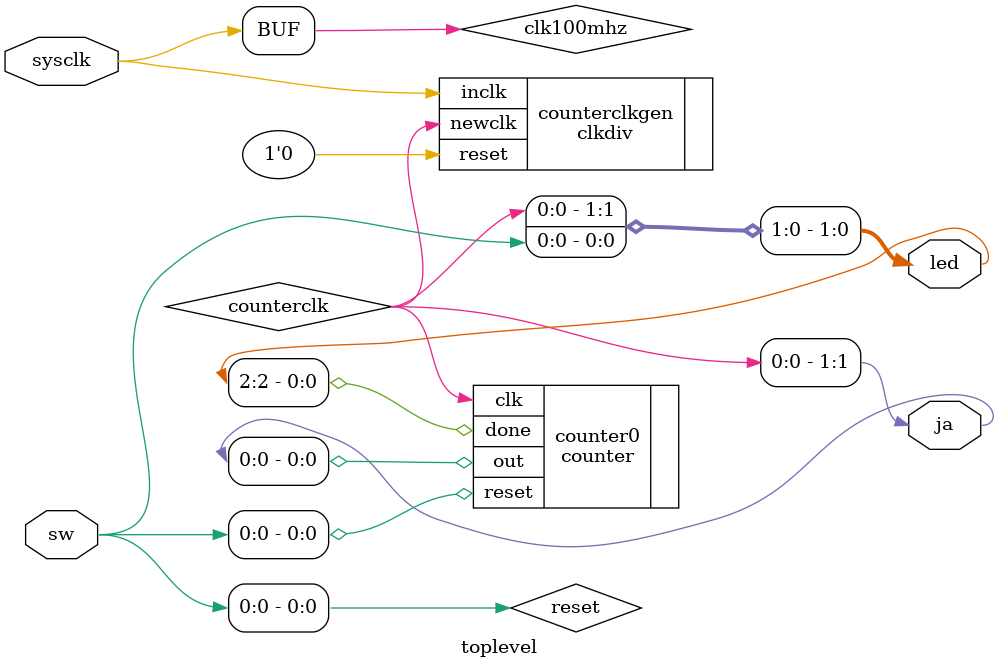
<source format=v>
`timescale 1ns / 1ps


module toplevel(
input wire sysclk,
input wire [7:0] sw,
output wire [7:0] led,
output wire [7:0] ja
    );
    wire reset=sw[0];
    wire counterclk;
    wire clk100mhz=sysclk;
    assign ja[1] = counterclk;
    assign led[0] = reset;
    assign led[1] = counterclk;
    //100MHz/1000000 = 100Hz
    //clkdiv #(.LOGLENGTH(31), .COUNTVAL(1000000/2)) counterclkgen(.inclk(clk100mhz), .reset(1'b0), .newclk(counterclk));
    clkdiv #(.LOGLENGTH(31), .COUNTVAL(625/2)) counterclkgen(.inclk(clk100mhz), .reset(1'b0), .newclk(counterclk));
    counter #(.COUNTVAL(10)) counter0(.clk(counterclk), .reset(reset), .out(ja[0]), .done(led[2]));
endmodule

</source>
